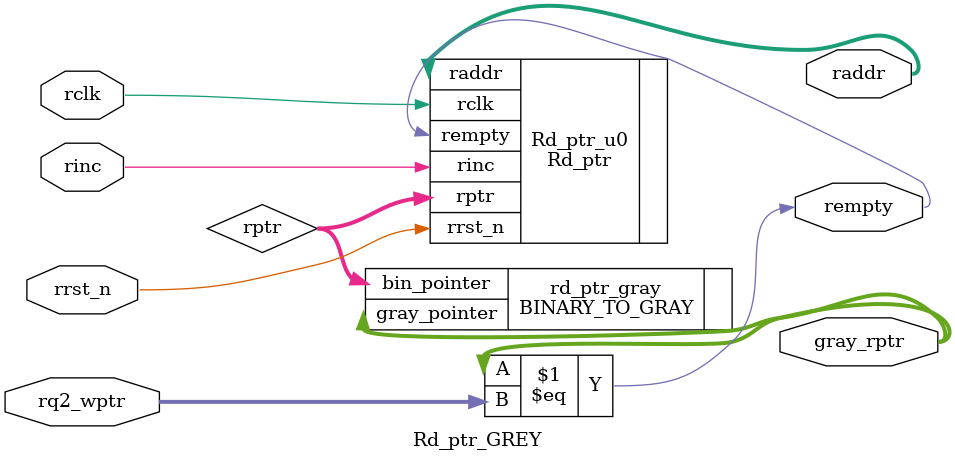
<source format=v>
module Rd_ptr_GREY #(parameter pointer_width=4) (

input rinc,
input rclk,rrst_n,								
input [pointer_width-1:0] rq2_wptr, // wptr

output wire rempty, 								
output wire [pointer_width-2:0]	raddr,
output wire   [pointer_width-1:0]	      gray_rptr


);
wire   [pointer_width-1:0]	rptr;
Rd_ptr Rd_ptr_u0 (


.rinc(rinc),
.rclk(rclk),
.rrst_n(rrst_n),
.raddr(raddr),
.rempty(rempty),
.rptr(rptr)




);

BINARY_TO_GRAY rd_ptr_gray (

.bin_pointer(rptr),
.gray_pointer(gray_rptr)


);




assign rempty= (gray_rptr== rq2_wptr);

endmodule
</source>
